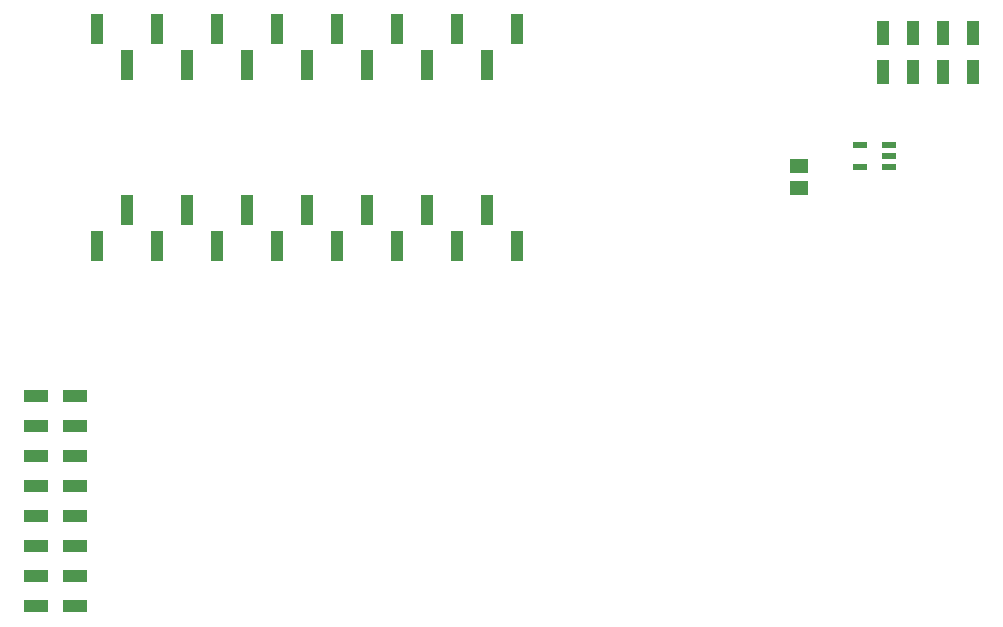
<source format=gbr>
G04 EAGLE Gerber RS-274X export*
G75*
%MOMM*%
%FSLAX34Y34*%
%LPD*%
%INSolderpaste Top*%
%IPPOS*%
%AMOC8*
5,1,8,0,0,1.08239X$1,22.5*%
G01*
%ADD10R,1.300000X0.550000*%
%ADD11R,1.500000X1.300000*%
%ADD12R,1.000000X2.500000*%
%ADD13R,2.000000X1.000000*%
%ADD14R,1.000000X2.000000*%


D10*
X739080Y504800D03*
X739080Y495300D03*
X739080Y485800D03*
X714080Y504800D03*
X714080Y485800D03*
D11*
X663080Y487020D03*
X663080Y468020D03*
D12*
X68580Y602890D03*
X93980Y572490D03*
X119380Y602890D03*
X144780Y572490D03*
X170180Y602890D03*
X195580Y572490D03*
X220980Y602890D03*
X246380Y572490D03*
X271780Y602890D03*
X297180Y572490D03*
X322580Y602890D03*
X347980Y572490D03*
X373380Y602890D03*
X398780Y572490D03*
X424180Y602890D03*
X424180Y419074D03*
X398780Y449474D03*
X373380Y419074D03*
X347980Y449474D03*
X322580Y419074D03*
X297180Y449474D03*
X271780Y419074D03*
X246380Y449474D03*
X220980Y419074D03*
X195580Y449474D03*
X170180Y419074D03*
X144780Y449474D03*
X119380Y419074D03*
X93980Y449474D03*
X68580Y419074D03*
D13*
X49520Y266700D03*
X49520Y215900D03*
X49520Y165100D03*
X16520Y292100D03*
X16520Y241300D03*
X16520Y190500D03*
X16520Y139700D03*
X16520Y114300D03*
X49520Y139700D03*
X16520Y165100D03*
X49520Y190500D03*
X16520Y215900D03*
X49520Y241300D03*
X16520Y266700D03*
X49520Y292100D03*
X49520Y114300D03*
D14*
X759310Y599240D03*
X810110Y599240D03*
X733910Y566240D03*
X784710Y566240D03*
X810110Y566240D03*
X784710Y599240D03*
X759310Y566240D03*
X733910Y599240D03*
M02*

</source>
